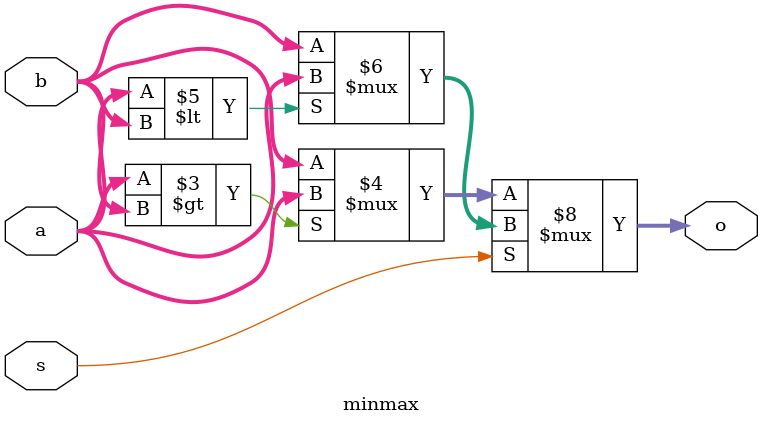
<source format=v>
module minmax (
    input  [7:0] a,
    input  [7:0] b,
    input        s,
    output reg [7:0] o
);
    always @(*) begin
        if (s == 1'b0)
            o = (a > b) ? a : b;  // max
        else
            o = (a < b) ? a : b;  // min
    end
endmodule

</source>
